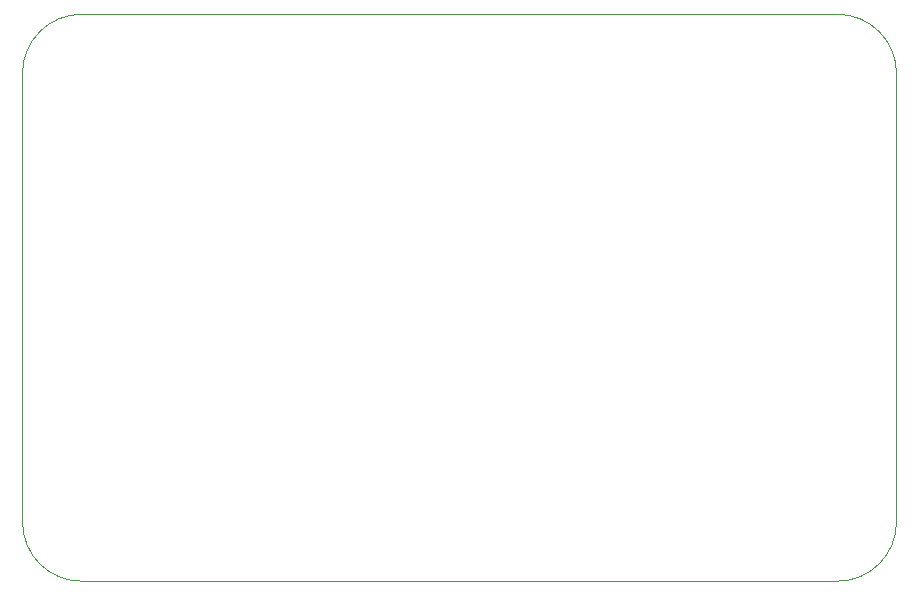
<source format=gm1>
G04 #@! TF.FileFunction,Profile,NP*
%FSLAX46Y46*%
G04 Gerber Fmt 4.6, Leading zero omitted, Abs format (unit mm)*
G04 Created by KiCad (PCBNEW 4.0.7-e2-6376~60~ubuntu17.10.1) date Mon Dec 18 15:30:29 2017*
%MOMM*%
%LPD*%
G01*
G04 APERTURE LIST*
%ADD10C,0.100000*%
G04 APERTURE END LIST*
D10*
X86000000Y-96000000D02*
G75*
G03X81000000Y-101000000I0J-5000000D01*
G01*
X81000000Y-139000000D02*
G75*
G03X86000000Y-144000000I5000000J0D01*
G01*
X150000000Y-144000000D02*
G75*
G03X155000000Y-139000000I0J5000000D01*
G01*
X155000000Y-101000000D02*
G75*
G03X150000000Y-96000000I-5000000J0D01*
G01*
X150000000Y-96000000D02*
X120000000Y-96000000D01*
X155000000Y-139000000D02*
X155000000Y-101000000D01*
X86000000Y-144000000D02*
X150000000Y-144000000D01*
X81000000Y-101000000D02*
X81000000Y-139000000D01*
X120000000Y-96000000D02*
X86000000Y-96000000D01*
M02*

</source>
